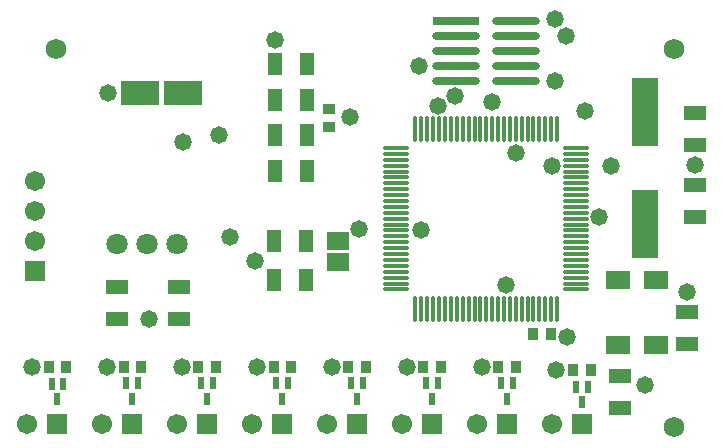
<source format=gts>
G04 Layer_Color=8388736*
%FSLAX23Y23*%
%MOIN*%
G70*
G01*
G75*
%ADD36O,0.085X0.016*%
%ADD37O,0.016X0.085*%
%ADD38R,0.091X0.228*%
%ADD39R,0.158X0.028*%
%ADD40O,0.158X0.028*%
%ADD41R,0.036X0.043*%
%ADD42R,0.051X0.075*%
%ADD43R,0.075X0.061*%
%ADD44R,0.043X0.036*%
%ADD45R,0.128X0.079*%
%ADD46R,0.075X0.051*%
%ADD47R,0.024X0.043*%
%ADD48R,0.083X0.059*%
%ADD49C,0.071*%
%ADD50C,0.068*%
%ADD51C,0.067*%
%ADD52R,0.067X0.067*%
%ADD53R,0.067X0.067*%
%ADD54C,0.058*%
D36*
X2315Y2081D02*
D03*
Y2062D02*
D03*
Y2042D02*
D03*
Y2022D02*
D03*
Y2002D02*
D03*
Y1983D02*
D03*
Y1963D02*
D03*
Y1943D02*
D03*
Y1924D02*
D03*
Y1904D02*
D03*
Y1884D02*
D03*
Y1865D02*
D03*
Y1845D02*
D03*
Y1825D02*
D03*
Y1806D02*
D03*
Y1786D02*
D03*
Y1766D02*
D03*
Y1747D02*
D03*
Y1727D02*
D03*
Y1707D02*
D03*
Y1688D02*
D03*
Y1668D02*
D03*
Y1648D02*
D03*
Y1628D02*
D03*
Y1609D02*
D03*
X2915D02*
D03*
Y1628D02*
D03*
Y1648D02*
D03*
Y1668D02*
D03*
Y1688D02*
D03*
Y1707D02*
D03*
Y1727D02*
D03*
Y1747D02*
D03*
Y1766D02*
D03*
Y1786D02*
D03*
Y1806D02*
D03*
Y1825D02*
D03*
Y1845D02*
D03*
Y1865D02*
D03*
Y1884D02*
D03*
Y1904D02*
D03*
Y1924D02*
D03*
Y1943D02*
D03*
Y1963D02*
D03*
Y1983D02*
D03*
Y2002D02*
D03*
Y2022D02*
D03*
Y2042D02*
D03*
Y2062D02*
D03*
Y2081D02*
D03*
D37*
X2379Y1545D02*
D03*
X2398D02*
D03*
X2418D02*
D03*
X2438D02*
D03*
X2458D02*
D03*
X2477D02*
D03*
X2497D02*
D03*
X2517D02*
D03*
X2536D02*
D03*
X2556D02*
D03*
X2576D02*
D03*
X2595D02*
D03*
X2615D02*
D03*
X2635D02*
D03*
X2654D02*
D03*
X2674D02*
D03*
X2694D02*
D03*
X2713D02*
D03*
X2733D02*
D03*
X2753D02*
D03*
X2772D02*
D03*
X2792D02*
D03*
X2812D02*
D03*
X2832D02*
D03*
X2851D02*
D03*
Y2145D02*
D03*
X2832D02*
D03*
X2812D02*
D03*
X2792D02*
D03*
X2772D02*
D03*
X2753D02*
D03*
X2733D02*
D03*
X2713D02*
D03*
X2694D02*
D03*
X2674D02*
D03*
X2654D02*
D03*
X2635D02*
D03*
X2615D02*
D03*
X2595D02*
D03*
X2576D02*
D03*
X2556D02*
D03*
X2536D02*
D03*
X2517D02*
D03*
X2497D02*
D03*
X2477D02*
D03*
X2458D02*
D03*
X2438D02*
D03*
X2418D02*
D03*
X2398D02*
D03*
X2379D02*
D03*
D38*
X3145Y2200D02*
D03*
Y1826D02*
D03*
D39*
X2515Y2505D02*
D03*
D40*
Y2455D02*
D03*
Y2405D02*
D03*
Y2355D02*
D03*
Y2305D02*
D03*
X2715Y2505D02*
D03*
Y2455D02*
D03*
Y2405D02*
D03*
Y2355D02*
D03*
Y2305D02*
D03*
D41*
X2771Y1460D02*
D03*
X2830D02*
D03*
X2905Y1340D02*
D03*
X2964D02*
D03*
X2655Y1350D02*
D03*
X2715D02*
D03*
X2405D02*
D03*
X2465D02*
D03*
X2155D02*
D03*
X2215D02*
D03*
X1906Y1350D02*
D03*
X1965D02*
D03*
X1655Y1350D02*
D03*
X1715D02*
D03*
X1406Y1350D02*
D03*
X1465D02*
D03*
X1156D02*
D03*
X1215D02*
D03*
D42*
X2015Y1770D02*
D03*
X1909D02*
D03*
X2015Y1640D02*
D03*
X1909D02*
D03*
X1912Y2005D02*
D03*
X2018D02*
D03*
X1912Y2125D02*
D03*
X2018D02*
D03*
X1912Y2360D02*
D03*
X2018D02*
D03*
X1912Y2240D02*
D03*
X2018D02*
D03*
D43*
X2120Y1771D02*
D03*
Y1699D02*
D03*
D44*
X2090Y2151D02*
D03*
Y2210D02*
D03*
D45*
X1604Y2265D02*
D03*
X1460D02*
D03*
D46*
X1590Y1618D02*
D03*
Y1512D02*
D03*
X1385Y1618D02*
D03*
Y1512D02*
D03*
X3060Y1321D02*
D03*
Y1215D02*
D03*
X3285Y1427D02*
D03*
Y1533D02*
D03*
X3310Y1850D02*
D03*
Y1956D02*
D03*
Y2196D02*
D03*
Y2090D02*
D03*
D47*
X2934Y1234D02*
D03*
X2915Y1285D02*
D03*
X2954D02*
D03*
X2685Y1244D02*
D03*
X2665Y1296D02*
D03*
X2705D02*
D03*
X2435Y1244D02*
D03*
X2415Y1296D02*
D03*
X2455D02*
D03*
X2185Y1245D02*
D03*
X2165Y1296D02*
D03*
X2205D02*
D03*
X1935Y1245D02*
D03*
X1915Y1296D02*
D03*
X1955D02*
D03*
X1685Y1244D02*
D03*
X1665Y1296D02*
D03*
X1705D02*
D03*
X1435Y1245D02*
D03*
X1415Y1296D02*
D03*
X1455D02*
D03*
X1185Y1244D02*
D03*
X1166Y1295D02*
D03*
X1205D02*
D03*
D48*
X3180Y1425D02*
D03*
Y1642D02*
D03*
X3054Y1425D02*
D03*
Y1642D02*
D03*
D49*
X1585Y1760D02*
D03*
X1485D02*
D03*
X1385D02*
D03*
D50*
X3240Y1150D02*
D03*
Y2410D02*
D03*
X1180D02*
D03*
D51*
X1110Y1970D02*
D03*
Y1870D02*
D03*
Y1770D02*
D03*
X2835Y1160D02*
D03*
X2585D02*
D03*
X2335D02*
D03*
X2085D02*
D03*
X1835D02*
D03*
X1585D02*
D03*
X1335D02*
D03*
X1085D02*
D03*
D52*
X1110Y1670D02*
D03*
D53*
X2935Y1160D02*
D03*
X2685D02*
D03*
X2435D02*
D03*
X2185D02*
D03*
X1935D02*
D03*
X1685D02*
D03*
X1435D02*
D03*
X1185D02*
D03*
D54*
X3030Y2020D02*
D03*
X2510Y2255D02*
D03*
X2635Y2235D02*
D03*
X2190Y1810D02*
D03*
X2100Y1350D02*
D03*
X1350D02*
D03*
X2399Y1806D02*
D03*
X3285Y1600D02*
D03*
X3145Y1290D02*
D03*
X2833Y2022D02*
D03*
X3310Y2025D02*
D03*
X2715Y2065D02*
D03*
X2390Y2355D02*
D03*
X1912Y2442D02*
D03*
X1725Y2125D02*
D03*
X1845Y1705D02*
D03*
X1355Y2265D02*
D03*
X1490Y1512D02*
D03*
X2600Y1350D02*
D03*
X2350D02*
D03*
X1850D02*
D03*
X1600D02*
D03*
X1100D02*
D03*
X2990Y1850D02*
D03*
X1605Y2100D02*
D03*
X1760Y1785D02*
D03*
X2680Y1625D02*
D03*
X2160Y2185D02*
D03*
X2455Y2220D02*
D03*
X2880Y2455D02*
D03*
X2845Y2510D02*
D03*
X2945Y2205D02*
D03*
X2845Y2305D02*
D03*
X2885Y1450D02*
D03*
X2849Y1340D02*
D03*
M02*

</source>
